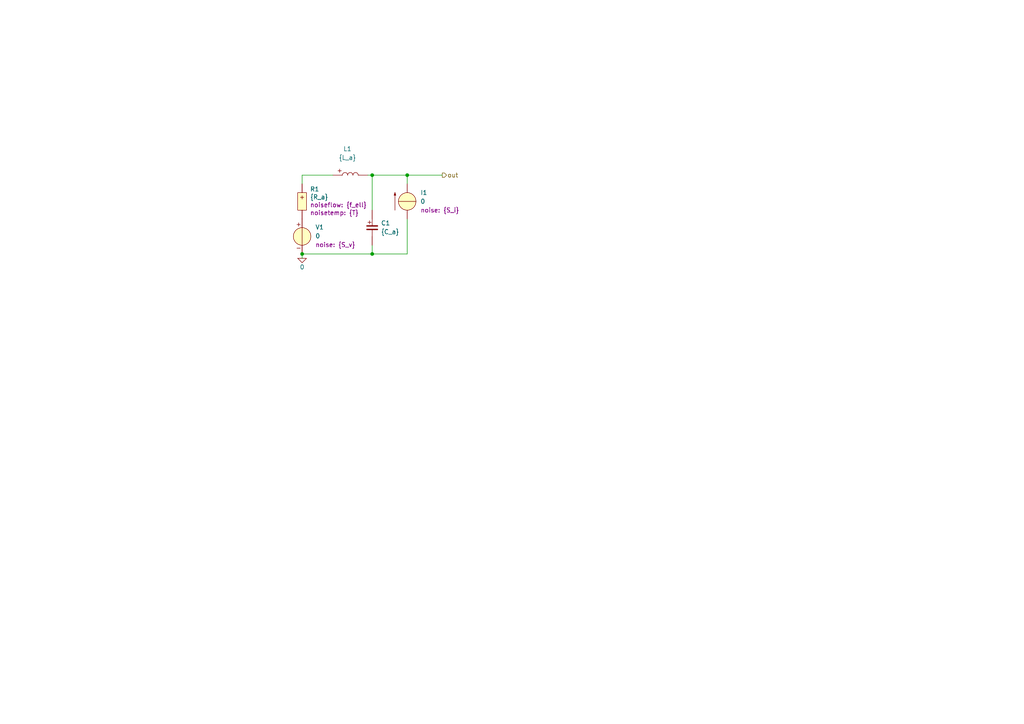
<source format=kicad_sch>
(kicad_sch (version 20250114) (generator "eeschema") (generator_version "9.0")
  (paper "A4")
  (lib_symbols
    (symbol "SLiCAP:C" (pin_numbers (hide yes)) (pin_names (offset 1.016) (hide yes))
      (property "Reference" "C?" (at 2.54 3.81 0))
      (property "Value" "?" (at 2.54 1.27 0) (show_name))
      (property "vinit" "0" (at 2.54 -1.27 0) (show_name))
      (symbol "C_0_0"
        (text "+" (at -0.762 1.651 0) (effects (font (size 1.27 1.27))))
      )
      (symbol "C_0_1"
        (polyline (pts (xy -1.524 0.508) (xy 1.524 0.508)) (stroke (width 0.381)))
        (polyline (pts (xy -1.524 -0.508) (xy 1.524 -0.508)) (stroke (width 0.381)))
        (polyline (pts (xy 0 2.54) (xy 0 0.508)))
        (polyline (pts (xy 0 -2.54) (xy 0 -0.508)))
      )
      (symbol "C_1_0"
        (pin passive line (at 0 5.08 270) (length 2.54) (name "1") (number "1"))
        (pin passive line (at 0 -5.08 90) (length 2.54) (name "2") (number "2"))
      )
    )
    (symbol "SLiCAP:GND" (power) (pin_numbers (hide yes)) (pin_names (offset 0) (hide yes))
      (property "Value" "0" (at 0 -2.54 0))
      (symbol "GND_0_1"
        (polyline (pts (xy -1.27 0) (xy 0 -1.27) (xy 1.27 0) (xy -1.27 0)))
      )
      (symbol "GND_1_1"
        (pin power_in line (at 0 0 0) (length 0) (name "~") (number "1"))
      )
    )
    (symbol "SLiCAP:I" (pin_numbers (hide yes)) (pin_names (offset 0) (hide yes))
      (property "Reference" "I?" (at 3.81 4.445 0))
      (property "Value" "?" (at 3.81 2.54 0) (show_name))
      (property "noise" "0" (at 3.81 -3.175 0) (show_name))
      (property "dc" "0" (at 3.81 0.635 0) (show_name))
      (property "dcvar" "0" (at 3.81 -1.27 0) (show_name))
      (symbol "I_0_1"
        (polyline (pts (xy -3.556 2.54) (xy -3.556 -2.54)))
        (polyline (pts (xy -3.556 2.54) (xy -3.81 1.778) (xy -3.302 1.778) (xy -3.556 2.54)) (fill (type outline)))
        (polyline (pts (xy -2.54 0) (xy 2.54 0)))
      )
      (symbol "I_1_0"
        (circle (center 0 0) (radius 2.54) (fill (type background)))
        (pin power_out line (at 0 5.08 270) (length 2.54) (name "p") (number "2"))
        (pin power_out line (at 0 -5.08 90) (length 2.54) (name "n") (number "1"))
      )
    )
    (symbol "SLiCAP:L" (pin_numbers (hide yes)) (pin_names (offset 1.016) (hide yes))
      (property "Reference" "L?" (at 2.54 3.81 0))
      (property "Value" "?" (at 2.54 1.27 0) (show_name))
      (property "iinit" "0" (at 5.715 -1.27 0) (show_name))
      (symbol "L_0_0"
        (text "+" (at 1.27 3.175 0) (effects (font (size 1.27 1.27))))
      )
      (symbol "L_0_1"
        (arc (start 0 2.286) (mid 0.759 1.524) (end 0 0.762))
        (arc (start 0 0.762) (mid 0.759 0) (end 0 -0.762))
        (arc (start 0 -0.762) (mid 0.759 -1.524) (end 0 -2.286))
        (polyline (pts (xy 0 2.286) (xy 0 2.54)))
        (polyline (pts (xy 0 -2.54) (xy 0 -2.286)))
      )
      (symbol "L_1_0"
        (pin passive line (at 0 5.08 270) (length 2.54) (name "1") (number "1"))
        (pin passive line (at 0 -5.08 90) (length 2.54) (name "2") (number "2"))
      )
    )
    (symbol "SLiCAP:R" (pin_numbers (hide yes)) (pin_names (offset 1.016) (hide yes))
      (property "Reference" "R?" (at 1.905 3.81 0))
      (property "Value" "?" (at 1.905 1.905 0) (show_name))
      (property "noisetemp" "0" (at 1.905 0 0) (show_name))
      (property "noiseflow" "0" (at 15.24 0 0) (show_name))
      (property "dcvar" "0" (at 1.905 -1.905 0) (show_name))
      (property "dcvarlot" "0" (at 15.24 -1.905 0) (show_name))
      (symbol "R_0_0"
        (text "+" (at 0 1.27 0) (effects (font (size 1.27 1.27))))
      )
      (symbol "R_1_0"
        (pin passive line (at 0 5.08 270) (length 2.54) (name "1") (number "1"))
        (pin passive line (at 0 -5.08 90) (length 2.54) (name "2") (number "2"))
      )
      (symbol "R_1_1"
        (rectangle (start -1.27 2.54) (end 1.27 -2.54) (fill (type background)))
      )
    )
    (symbol "SLiCAP:V" (pin_numbers (hide yes)) (pin_names (offset 0) (hide yes))
      (property "Reference" "V?" (at 3.175 4.445 0))
      (property "Value" "?" (at 3.175 2.54 0) (show_name))
      (property "noise" "0" (at 3.175 -3.175 0) (show_name))
      (property "dc" "0" (at 3.175 0.635 0) (show_name))
      (property "dcvar" "0" (at 3.175 -1.27 0) (show_name))
      (symbol "V_0_0"
        (text "+" (at -1.016 3.556 0) (effects (font (size 1.27 1.27))))
        (text "-" (at -1.016 -3.302 0) (effects (font (size 1.27 1.27))))
        (pin power_out line (at 0 5.08 270) (length 2.54) (name "p") (number "1"))
        (pin power_out line (at 0 -5.08 90) (length 2.54) (name "n") (number "2"))
      )
      (symbol "V_0_1"
        (polyline (pts (xy 0 2.54) (xy 0 -2.54)))
      )
      (symbol "V_1_0"
        (circle (center 0 0) (radius 2.54) (fill (type background)))
      )
    )
  )
  (junction (at 107.95 50.8))
  (junction (at 87.63 73.66))
  (junction (at 118.11 50.8))
  (junction (at 107.95 73.66))
  (wire (pts (xy 118.11 63.5) (xy 118.11 73.66)))
  (wire (pts (xy 106.68 50.8) (xy 107.95 50.8)))
  (wire (pts (xy 87.63 73.66) (xy 87.63 74.93)))
  (wire (pts (xy 107.95 50.8) (xy 118.11 50.8)))
  (wire (pts (xy 107.95 73.66) (xy 118.11 73.66)))
  (wire (pts (xy 118.11 50.8) (xy 128.27 50.8)))
  (wire (pts (xy 87.63 73.66) (xy 107.95 73.66)))
  (wire (pts (xy 107.95 50.8) (xy 107.95 60.96)))
  (wire (pts (xy 107.95 71.12) (xy 107.95 73.66)))
  (wire (pts (xy 87.63 50.8) (xy 96.52 50.8)))
  (wire (pts (xy 87.63 50.8) (xy 87.63 53.34)))
  (wire (pts (xy 118.11 50.8) (xy 118.11 53.34)))
  (hierarchical_label "out" (shape output) (at 128.27 50.8 0))
  (symbol (lib_id "SLiCAP:L") (at 101.6 50.8 90) (unit 1)
    (property "Reference" "L1" (at 100.7717 43.18 90))
    (property "Value" "{L_a}" (at 100.7717 45.72 90))
    (property "Description" "Inductor" (effects (hide yes)))
    (property "model" "L" (effects (hide yes)))
    (property "iinit" "0" (effects (hide yes)))
  )
  (symbol (lib_id "SLiCAP:C") (at 107.95 66.04 0) (unit 1)
    (property "Reference" "C1" (at 110.49 64.7036 0) (effects (justify left)))
    (property "Value" "{C_a}" (at 110.49 67.2436 0) (effects (justify left)))
    (property "Description" "Capacitor" (effects (hide yes)))
    (property "model" "C" (effects (hide yes)))
    (property "vinit" "0" (effects (hide yes)))
  )
  (symbol (lib_id "SLiCAP:I") (at 118.11 58.42 0) (unit 1)
    (property "Reference" "I1" (at 121.92 55.8799 0) (effects (justify left)))
    (property "Value" "0" (at 121.92 58.4199 0) (effects (justify left)))
    (property "Description" "Independent current source" (effects (hide yes)))
    (property "noise" "{S_i}" (at 121.92 60.9599 0) (show_name yes) (effects (justify left)))
    (property "dc" "0" (effects (hide yes)))
    (property "dcvar" "0" (effects (hide yes)))
    (property "model" "I" (effects (hide yes)))
  )
  (symbol (lib_id "SLiCAP:R") (at 87.63 58.42 0) (unit 1)
    (property "Reference" "R1" (at 89.916 54.864 0) (effects (justify left)))
    (property "Value" "{R_a}" (at 89.916 57.15 0) (effects (justify left)))
    (property "Description" "Resistor (cannot have zero resistance)" (effects (hide yes)))
    (property "model" "R" (effects (hide yes)))
    (property "noisetemp" "{T}" (at 89.916 61.722 0) (show_name yes) (effects (justify left)))
    (property "noiseflow" "{f_ell}" (at 89.916 59.436 0) (show_name yes) (effects (justify left)))
    (property "dcvar" "0" (effects (hide yes)))
    (property "dcvarlot" "0" (effects (hide yes)))
  )
  (symbol (lib_id "SLiCAP:GND") (at 87.63 74.93 0) (unit 1)
    (property "Reference" "#01" (effects (hide yes)))
    (property "Value" "0" (at 87.63 77.47 0))
    (property "Description" "0V reference potential" (effects (hide yes)))
  )
  (symbol (lib_id "SLiCAP:V") (at 87.63 68.58 0) (unit 1)
    (property "Reference" "V1" (at 91.44 65.9129 0) (effects (justify left)))
    (property "Value" "0" (at 91.44 68.4529 0) (effects (justify left)))
    (property "Description" "Independent voltage source" (effects (hide yes)))
    (property "noise" "{S_v}" (at 91.44 70.9929 0) (show_name yes) (effects (justify left)))
    (property "dc" "0" (effects (hide yes)))
    (property "dcvar" "0" (effects (hide yes)))
    (property "model" "V" (effects (hide yes)))
  )
)
</source>
